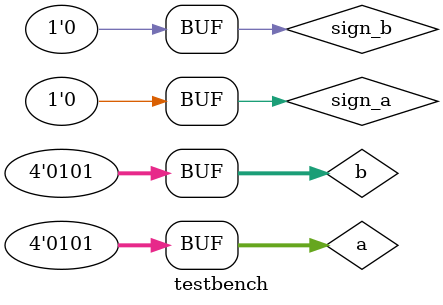
<source format=v>
`timescale 1ns / 1ps


module testbench
#(parameter N = 4)
();

reg sign_a, sign_b;
reg [N-1:0] a,b;
wire [N-1:0] mag_sum;
wire sign_sum;

mid_18_1 #(.N(N)) uut (.sign_a(sign_a), .sign_b(sign_b), .a(a), .b(b), .mag_sum(mag_sum), .sign_sum(sign_sum));

initial
begin

sign_a = 0;
sign_b = 0;
a = 10;
b = 2;

#100

sign_a = 0;
sign_b = 1;
a = 07;
b = 06;

#100
sign_a = 1;
sign_b = 0;
a = 1;
b = 2;

#100
sign_a = 1;
sign_b = 1;
a = 9;
b = 5;

#100
sign_a = 1;
sign_b = 1;
a = 8;
b = 1;

#100
sign_a = 1;
sign_b = 1;
a = 0;
b = 9;

#100
sign_a = 0;
sign_b = 0;
a = 5;
b = 5;



end
endmodule

</source>
